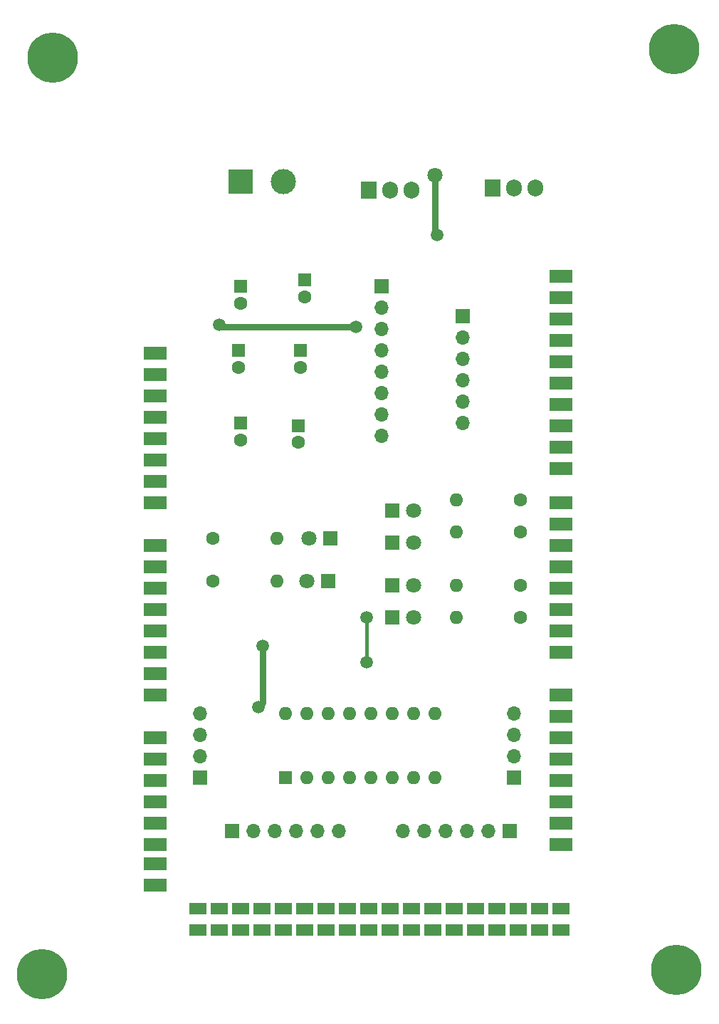
<source format=gtl>
G04 #@! TF.GenerationSoftware,KiCad,Pcbnew,(5.1.2)-2*
G04 #@! TF.CreationDate,2019-10-19T08:53:18-10:00*
G04 #@! TF.ProjectId,differtial_robot(v2),64696666-6572-4746-9961-6c5f726f626f,rev?*
G04 #@! TF.SameCoordinates,Original*
G04 #@! TF.FileFunction,Copper,L1,Top*
G04 #@! TF.FilePolarity,Positive*
%FSLAX46Y46*%
G04 Gerber Fmt 4.6, Leading zero omitted, Abs format (unit mm)*
G04 Created by KiCad (PCBNEW (5.1.2)-2) date 2019-10-19 08:53:18*
%MOMM*%
%LPD*%
G04 APERTURE LIST*
%ADD10C,5.999480*%
%ADD11R,2.700000X1.500000*%
%ADD12R,2.000000X1.400000*%
%ADD13C,1.600000*%
%ADD14R,1.600000X1.600000*%
%ADD15R,1.800000X1.800000*%
%ADD16C,1.800000*%
%ADD17O,1.700000X1.700000*%
%ADD18R,1.700000X1.700000*%
%ADD19R,3.000000X3.000000*%
%ADD20C,3.000000*%
%ADD21O,1.600000X1.600000*%
%ADD22R,1.905000X2.000000*%
%ADD23O,1.905000X2.000000*%
%ADD24C,1.500000*%
%ADD25C,0.400000*%
%ADD26C,0.800000*%
G04 APERTURE END LIST*
D10*
X82804000Y-175768000D03*
X84074000Y-66802000D03*
X157988000Y-65786000D03*
X158242000Y-175260000D03*
D11*
X96220001Y-101875001D03*
X96220001Y-104415001D03*
X96220001Y-106955001D03*
X96220001Y-109495001D03*
X96220001Y-112035001D03*
X96220001Y-114575001D03*
X96220001Y-117115001D03*
X96220001Y-119655001D03*
X96220001Y-124735001D03*
X96220001Y-127275001D03*
X96220001Y-129815001D03*
X96220001Y-132355001D03*
X96220001Y-134895001D03*
X96220001Y-137435001D03*
X96220001Y-139975001D03*
X96220001Y-142515001D03*
X96220001Y-147595001D03*
X96220001Y-150135001D03*
X96220001Y-152675001D03*
X96220001Y-155215001D03*
X96220001Y-157755001D03*
X96220001Y-160295001D03*
X96220001Y-162581001D03*
X96220001Y-165121001D03*
D12*
X101300001Y-170455001D03*
X101300001Y-167915001D03*
X103840001Y-170455001D03*
X103840001Y-167915001D03*
X106380001Y-170455001D03*
X106380001Y-167915001D03*
X108920001Y-170455001D03*
X108920001Y-167915001D03*
X111460001Y-167915001D03*
X111460001Y-170455001D03*
X114000001Y-167915001D03*
X114000001Y-170455001D03*
X116540001Y-167915001D03*
X116540001Y-170455001D03*
X119080001Y-167915001D03*
X119080001Y-170455001D03*
X121620001Y-167915001D03*
X121620001Y-170455001D03*
X124160001Y-167915001D03*
X124160001Y-170455001D03*
X126700001Y-167915001D03*
X126700001Y-170455001D03*
X129240001Y-167915001D03*
X129240001Y-170455001D03*
X131780001Y-167915001D03*
X131780001Y-170455001D03*
X134320001Y-167915001D03*
X134320001Y-170455001D03*
X136860001Y-167915001D03*
X136860001Y-170455001D03*
X139400001Y-167915001D03*
X139400001Y-170455001D03*
X141940001Y-167915001D03*
X141940001Y-170455001D03*
X144480001Y-167915001D03*
X144480001Y-170455001D03*
D11*
X144480001Y-160295001D03*
X144480001Y-157755001D03*
X144480001Y-155215001D03*
X144480001Y-152675001D03*
X144480001Y-150135001D03*
X144480001Y-147595001D03*
X144480001Y-145055001D03*
X144480001Y-142515001D03*
X144480001Y-137435001D03*
X144480001Y-134895001D03*
X144480001Y-132355001D03*
X144480001Y-129815001D03*
X144480001Y-127275001D03*
X144480001Y-124735001D03*
X144480001Y-122195001D03*
X144480001Y-119655001D03*
X144480001Y-115591001D03*
X144480001Y-113051001D03*
X144480001Y-110511001D03*
X144480001Y-107971001D03*
X144480001Y-105431001D03*
X144480001Y-102891001D03*
X144480001Y-100351001D03*
X144480001Y-97811001D03*
X144480001Y-95271001D03*
X144480001Y-92731001D03*
D13*
X106426000Y-112236000D03*
D14*
X106426000Y-110236000D03*
X114046000Y-93218000D03*
D13*
X114046000Y-95218000D03*
X113538000Y-103600000D03*
D14*
X113538000Y-101600000D03*
X106426000Y-93980000D03*
D13*
X106426000Y-95980000D03*
D14*
X113284000Y-110522000D03*
D13*
X113284000Y-112522000D03*
X106172000Y-103600000D03*
D14*
X106172000Y-101600000D03*
D15*
X124460000Y-120650000D03*
D16*
X127000000Y-120650000D03*
X127000000Y-124460000D03*
D15*
X124460000Y-124460000D03*
D16*
X127000000Y-129540000D03*
D15*
X124460000Y-129540000D03*
X124460000Y-133350000D03*
D16*
X127000000Y-133350000D03*
D15*
X116840000Y-129032000D03*
D16*
X114300000Y-129032000D03*
X114554000Y-123952000D03*
D15*
X117094000Y-123952000D03*
D17*
X125730000Y-158750000D03*
X128270000Y-158750000D03*
X130810000Y-158750000D03*
X133350000Y-158750000D03*
X135890000Y-158750000D03*
D18*
X138430000Y-158750000D03*
X105410000Y-158750000D03*
D17*
X107950000Y-158750000D03*
X110490000Y-158750000D03*
X113030000Y-158750000D03*
X115570000Y-158750000D03*
X118110000Y-158750000D03*
D19*
X106426000Y-81534000D03*
D20*
X111506000Y-81534000D03*
D18*
X123190000Y-93980000D03*
D17*
X123190000Y-96520000D03*
X123190000Y-99060000D03*
X123190000Y-101600000D03*
X123190000Y-104140000D03*
X123190000Y-106680000D03*
X123190000Y-109220000D03*
X123190000Y-111760000D03*
D18*
X138938000Y-152400000D03*
D17*
X138938000Y-149860000D03*
X138938000Y-147320000D03*
X138938000Y-144780000D03*
D18*
X132842000Y-97536000D03*
D17*
X132842000Y-100076000D03*
X132842000Y-102616000D03*
X132842000Y-105156000D03*
X132842000Y-107696000D03*
X132842000Y-110236000D03*
X101600000Y-144780000D03*
X101600000Y-147320000D03*
X101600000Y-149860000D03*
D18*
X101600000Y-152400000D03*
D21*
X132080000Y-119380000D03*
D13*
X139700000Y-119380000D03*
X139700000Y-123190000D03*
D21*
X132080000Y-123190000D03*
X132080000Y-129540000D03*
D13*
X139700000Y-129540000D03*
X139700000Y-133350000D03*
D21*
X132080000Y-133350000D03*
D13*
X103124000Y-129032000D03*
D21*
X110744000Y-129032000D03*
X110744000Y-123952000D03*
D13*
X103124000Y-123952000D03*
D14*
X111760000Y-152400000D03*
D21*
X129540000Y-144780000D03*
X114300000Y-152400000D03*
X127000000Y-144780000D03*
X116840000Y-152400000D03*
X124460000Y-144780000D03*
X119380000Y-152400000D03*
X121920000Y-144780000D03*
X121920000Y-152400000D03*
X119380000Y-144780000D03*
X124460000Y-152400000D03*
X116840000Y-144780000D03*
X127000000Y-152400000D03*
X114300000Y-144780000D03*
X129540000Y-152400000D03*
X111760000Y-144780000D03*
D22*
X136398000Y-82296000D03*
D23*
X138938000Y-82296000D03*
X141478000Y-82296000D03*
X126746000Y-82550000D03*
X124206000Y-82550000D03*
D22*
X121666000Y-82550000D03*
D24*
X129794000Y-87884000D03*
D16*
X129540000Y-80772000D03*
D24*
X121412000Y-138684000D03*
X121412000Y-133350000D03*
X103886000Y-98552000D03*
X120142000Y-98806000D03*
X108495999Y-143980001D03*
X109009001Y-136695001D03*
D25*
X121412000Y-138684000D02*
X121412000Y-133350000D01*
X121412000Y-133350000D02*
X121412000Y-133350000D01*
D26*
X129540000Y-87630000D02*
X129794000Y-87884000D01*
X129540000Y-80772000D02*
X129540000Y-87630000D01*
X104140000Y-98806000D02*
X103886000Y-98552000D01*
X120142000Y-98806000D02*
X104140000Y-98806000D01*
X109009001Y-143466999D02*
X108495999Y-143980001D01*
X109009001Y-136695001D02*
X109009001Y-143466999D01*
M02*

</source>
